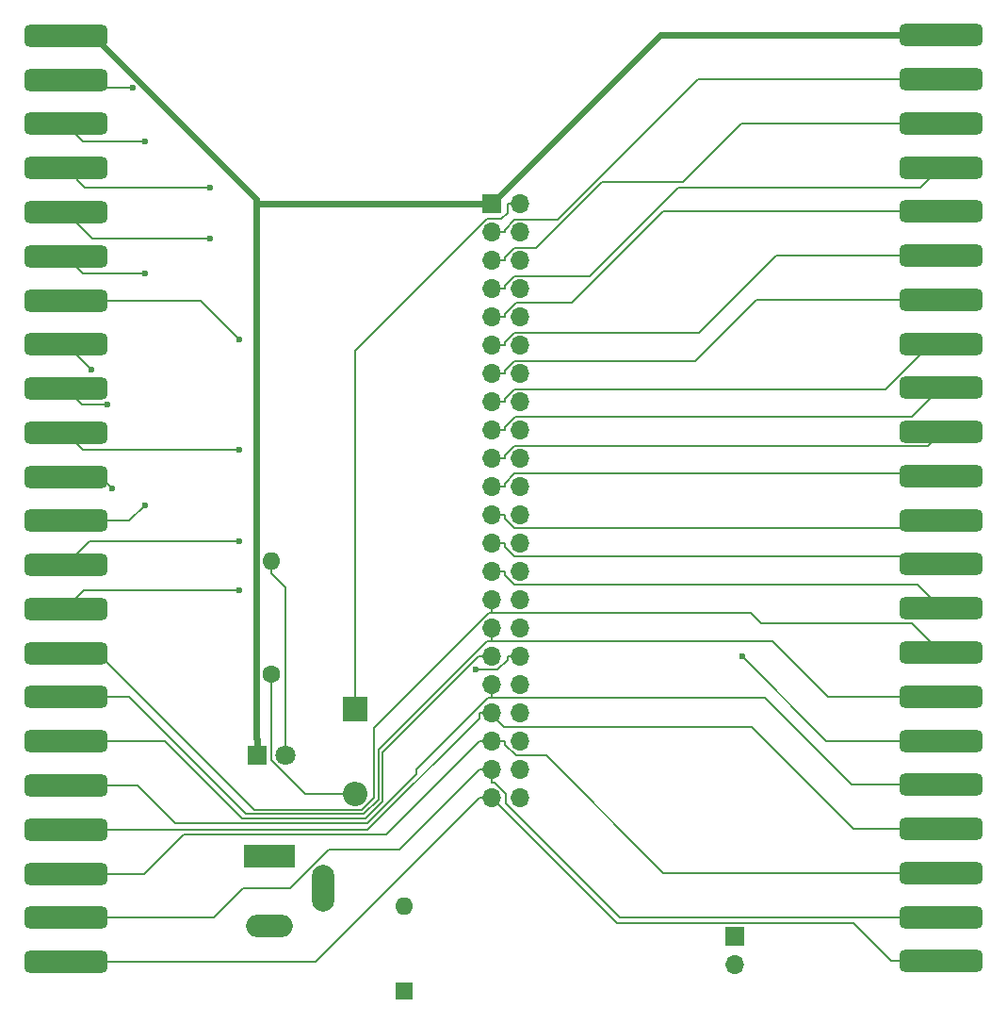
<source format=gbr>
G04 #@! TF.GenerationSoftware,KiCad,Pcbnew,8.0.6-8.0.6-0~ubuntu24.10.1*
G04 #@! TF.CreationDate,2024-10-17T11:16:10-07:00*
G04 #@! TF.ProjectId,kim1-power,6b696d31-2d70-46f7-9765-722e6b696361,1.2*
G04 #@! TF.SameCoordinates,Original*
G04 #@! TF.FileFunction,Copper,L1,Top*
G04 #@! TF.FilePolarity,Positive*
%FSLAX46Y46*%
G04 Gerber Fmt 4.6, Leading zero omitted, Abs format (unit mm)*
G04 Created by KiCad (PCBNEW 8.0.6-8.0.6-0~ubuntu24.10.1) date 2024-10-17 11:16:10*
%MOMM*%
%LPD*%
G01*
G04 APERTURE LIST*
G04 Aperture macros list*
%AMRoundRect*
0 Rectangle with rounded corners*
0 $1 Rounding radius*
0 $2 $3 $4 $5 $6 $7 $8 $9 X,Y pos of 4 corners*
0 Add a 4 corners polygon primitive as box body*
4,1,4,$2,$3,$4,$5,$6,$7,$8,$9,$2,$3,0*
0 Add four circle primitives for the rounded corners*
1,1,$1+$1,$2,$3*
1,1,$1+$1,$4,$5*
1,1,$1+$1,$6,$7*
1,1,$1+$1,$8,$9*
0 Add four rect primitives between the rounded corners*
20,1,$1+$1,$2,$3,$4,$5,0*
20,1,$1+$1,$4,$5,$6,$7,0*
20,1,$1+$1,$6,$7,$8,$9,0*
20,1,$1+$1,$8,$9,$2,$3,0*%
G04 Aperture macros list end*
G04 #@! TA.AperFunction,SMDPad,CuDef*
%ADD10RoundRect,0.500000X-3.250000X-0.500000X3.250000X-0.500000X3.250000X0.500000X-3.250000X0.500000X0*%
G04 #@! TD*
G04 #@! TA.AperFunction,ComponentPad*
%ADD11R,4.600000X2.000000*%
G04 #@! TD*
G04 #@! TA.AperFunction,ComponentPad*
%ADD12O,4.200000X2.000000*%
G04 #@! TD*
G04 #@! TA.AperFunction,ComponentPad*
%ADD13O,2.000000X4.200000*%
G04 #@! TD*
G04 #@! TA.AperFunction,ComponentPad*
%ADD14R,1.600000X1.600000*%
G04 #@! TD*
G04 #@! TA.AperFunction,ComponentPad*
%ADD15O,1.600000X1.600000*%
G04 #@! TD*
G04 #@! TA.AperFunction,ComponentPad*
%ADD16C,1.600000*%
G04 #@! TD*
G04 #@! TA.AperFunction,ComponentPad*
%ADD17R,2.200000X2.200000*%
G04 #@! TD*
G04 #@! TA.AperFunction,ComponentPad*
%ADD18O,2.200000X2.200000*%
G04 #@! TD*
G04 #@! TA.AperFunction,ComponentPad*
%ADD19R,1.700000X1.700000*%
G04 #@! TD*
G04 #@! TA.AperFunction,ComponentPad*
%ADD20O,1.700000X1.700000*%
G04 #@! TD*
G04 #@! TA.AperFunction,ComponentPad*
%ADD21R,1.800000X1.800000*%
G04 #@! TD*
G04 #@! TA.AperFunction,ComponentPad*
%ADD22C,1.800000*%
G04 #@! TD*
G04 #@! TA.AperFunction,ViaPad*
%ADD23C,0.600000*%
G04 #@! TD*
G04 #@! TA.AperFunction,Conductor*
%ADD24C,0.200000*%
G04 #@! TD*
G04 #@! TA.AperFunction,Conductor*
%ADD25C,0.600000*%
G04 #@! TD*
G04 APERTURE END LIST*
D10*
G04 #@! TO.P,J1,1,Pin_1*
G04 #@! TO.N,GND*
X106100000Y-57420000D03*
G04 #@! TO.P,J1,2,Pin_2*
G04 #@! TO.N,Net-(J1-Pin_2)*
X106100000Y-61380000D03*
G04 #@! TO.P,J1,3,Pin_3*
G04 #@! TO.N,Net-(J1-Pin_3)*
X106100000Y-65340000D03*
G04 #@! TO.P,J1,4,Pin_4*
G04 #@! TO.N,Net-(J1-Pin_4)*
X106100000Y-69300000D03*
G04 #@! TO.P,J1,5,Pin_5*
G04 #@! TO.N,Net-(J1-Pin_5)*
X106100000Y-73260000D03*
G04 #@! TO.P,J1,6,Pin_6*
G04 #@! TO.N,Net-(J1-Pin_6)*
X106100000Y-77220000D03*
G04 #@! TO.P,J1,7,Pin_7*
G04 #@! TO.N,Net-(J1-Pin_7)*
X106100000Y-81180000D03*
G04 #@! TO.P,J1,8,Pin_8*
G04 #@! TO.N,Net-(J1-Pin_8)*
X106100000Y-85140000D03*
G04 #@! TO.P,J1,9,Pin_9*
G04 #@! TO.N,Net-(J1-Pin_9)*
X106100000Y-89100000D03*
G04 #@! TO.P,J1,10,Pin_10*
G04 #@! TO.N,Net-(J1-Pin_10)*
X106100000Y-93060000D03*
G04 #@! TO.P,J1,11,Pin_11*
G04 #@! TO.N,Net-(J1-Pin_11)*
X106100000Y-97020000D03*
G04 #@! TO.P,J1,12,Pin_12*
G04 #@! TO.N,Net-(J1-Pin_12)*
X106100000Y-100980000D03*
G04 #@! TO.P,J1,13,Pin_13*
G04 #@! TO.N,Net-(J1-Pin_13)*
X106100000Y-104940000D03*
G04 #@! TO.P,J1,14,Pin_14*
G04 #@! TO.N,Net-(J1-Pin_14)*
X106100000Y-108900000D03*
G04 #@! TO.P,J1,15,Pin_15*
G04 #@! TO.N,Net-(J1-Pin_15)*
X106100000Y-112860000D03*
G04 #@! TO.P,J1,16,Pin_16*
G04 #@! TO.N,Net-(J1-Pin_16)*
X106100000Y-116820000D03*
G04 #@! TO.P,J1,17,Pin_17*
G04 #@! TO.N,Net-(J1-Pin_17)*
X106100000Y-120780000D03*
G04 #@! TO.P,J1,18,Pin_18*
G04 #@! TO.N,Net-(J1-Pin_18)*
X106100000Y-124740000D03*
G04 #@! TO.P,J1,19,Pin_19*
G04 #@! TO.N,Net-(J1-Pin_19)*
X106100000Y-128700000D03*
G04 #@! TO.P,J1,20,Pin_20*
G04 #@! TO.N,Net-(J1-Pin_20)*
X106100000Y-132660000D03*
G04 #@! TO.P,J1,21,Pin_21*
G04 #@! TO.N,Net-(J1-Pin_21)*
X106100000Y-136620000D03*
G04 #@! TO.P,J1,22,Pin_22*
G04 #@! TO.N,Net-(J1-Pin_22)*
X106100000Y-140580000D03*
G04 #@! TD*
D11*
G04 #@! TO.P,J4,1*
G04 #@! TO.N,Net-(J4-Pad1)*
X124450000Y-131050000D03*
D12*
G04 #@! TO.P,J4,2*
G04 #@! TO.N,GND*
X124450000Y-137350000D03*
D13*
G04 #@! TO.P,J4,3*
G04 #@! TO.N,N/C*
X129250000Y-133950000D03*
G04 #@! TD*
D14*
G04 #@! TO.P,SW1,1*
G04 #@! TO.N,Net-(J4-Pad1)*
X136500000Y-143167500D03*
D15*
G04 #@! TO.P,SW1,2*
G04 #@! TO.N,Net-(D2-A)*
X136500000Y-135547500D03*
G04 #@! TD*
D16*
G04 #@! TO.P,R1,1*
G04 #@! TO.N,Net-(D2-A)*
X124600000Y-114780000D03*
D15*
G04 #@! TO.P,R1,2*
G04 #@! TO.N,Net-(D1-A)*
X124600000Y-104620000D03*
G04 #@! TD*
D17*
G04 #@! TO.P,D2,1,K*
G04 #@! TO.N,+5V*
X132100000Y-117890000D03*
D18*
G04 #@! TO.P,D2,2,A*
G04 #@! TO.N,Net-(D2-A)*
X132100000Y-125510000D03*
G04 #@! TD*
D19*
G04 #@! TO.P,J5,1,Pin_1*
G04 #@! TO.N,Net-(J1-Pin_K)*
X166200000Y-138260000D03*
D20*
G04 #@! TO.P,J5,2,Pin_2*
G04 #@! TO.N,GND*
X166200000Y-140800000D03*
G04 #@! TD*
D10*
G04 #@! TO.P,J2,1,Pin_1*
G04 #@! TO.N,GND*
X184800000Y-57360000D03*
G04 #@! TO.P,J2,2,Pin_2*
G04 #@! TO.N,Net-(J1-Pin_2)*
X184800000Y-61320000D03*
G04 #@! TO.P,J2,3,Pin_3*
G04 #@! TO.N,Net-(J1-Pin_3)*
X184800000Y-65280000D03*
G04 #@! TO.P,J2,4,Pin_4*
G04 #@! TO.N,Net-(J1-Pin_4)*
X184800000Y-69240000D03*
G04 #@! TO.P,J2,5,Pin_5*
G04 #@! TO.N,Net-(J1-Pin_5)*
X184800000Y-73200000D03*
G04 #@! TO.P,J2,6,Pin_6*
G04 #@! TO.N,Net-(J1-Pin_6)*
X184800000Y-77160000D03*
G04 #@! TO.P,J2,7,Pin_7*
G04 #@! TO.N,Net-(J1-Pin_7)*
X184800000Y-81120000D03*
G04 #@! TO.P,J2,8,Pin_8*
G04 #@! TO.N,Net-(J1-Pin_8)*
X184800000Y-85080000D03*
G04 #@! TO.P,J2,9,Pin_9*
G04 #@! TO.N,Net-(J1-Pin_9)*
X184800000Y-89040000D03*
G04 #@! TO.P,J2,10,Pin_10*
G04 #@! TO.N,Net-(J1-Pin_10)*
X184800000Y-93000000D03*
G04 #@! TO.P,J2,11,Pin_11*
G04 #@! TO.N,Net-(J1-Pin_11)*
X184800000Y-96960000D03*
G04 #@! TO.P,J2,12,Pin_12*
G04 #@! TO.N,Net-(J1-Pin_12)*
X184800000Y-100920000D03*
G04 #@! TO.P,J2,13,Pin_13*
G04 #@! TO.N,Net-(J1-Pin_13)*
X184800000Y-104880000D03*
G04 #@! TO.P,J2,14,Pin_14*
G04 #@! TO.N,Net-(J1-Pin_14)*
X184800000Y-108840000D03*
G04 #@! TO.P,J2,15,Pin_15*
G04 #@! TO.N,Net-(J1-Pin_15)*
X184800000Y-112800000D03*
G04 #@! TO.P,J2,16,Pin_16*
G04 #@! TO.N,Net-(J1-Pin_16)*
X184800000Y-116760000D03*
G04 #@! TO.P,J2,17,Pin_17*
G04 #@! TO.N,Net-(J1-Pin_17)*
X184800000Y-120720000D03*
G04 #@! TO.P,J2,18,Pin_18*
G04 #@! TO.N,Net-(J1-Pin_18)*
X184800000Y-124680000D03*
G04 #@! TO.P,J2,19,Pin_19*
G04 #@! TO.N,Net-(J1-Pin_19)*
X184800000Y-128640000D03*
G04 #@! TO.P,J2,20,Pin_20*
G04 #@! TO.N,Net-(J1-Pin_20)*
X184800000Y-132600000D03*
G04 #@! TO.P,J2,21,Pin_21*
G04 #@! TO.N,Net-(J1-Pin_21)*
X184800000Y-136560000D03*
G04 #@! TO.P,J2,22,Pin_22*
G04 #@! TO.N,Net-(J1-Pin_22)*
X184800000Y-140520000D03*
G04 #@! TD*
D21*
G04 #@! TO.P,D1,1,K*
G04 #@! TO.N,GND*
X123325000Y-122000000D03*
D22*
G04 #@! TO.P,D1,2,A*
G04 #@! TO.N,Net-(D1-A)*
X125865000Y-122000000D03*
G04 #@! TD*
D19*
G04 #@! TO.P,J3,1,Pin_1*
G04 #@! TO.N,GND*
X144400000Y-72540000D03*
D20*
G04 #@! TO.P,J3,2,Pin_2*
G04 #@! TO.N,Net-(J1-Pin_2)*
X144400000Y-75080000D03*
G04 #@! TO.P,J3,3,Pin_3*
G04 #@! TO.N,Net-(J1-Pin_3)*
X144400000Y-77620000D03*
G04 #@! TO.P,J3,4,Pin_4*
G04 #@! TO.N,Net-(J1-Pin_4)*
X144400000Y-80160000D03*
G04 #@! TO.P,J3,5,Pin_5*
G04 #@! TO.N,Net-(J1-Pin_5)*
X144400000Y-82700000D03*
G04 #@! TO.P,J3,6,Pin_6*
G04 #@! TO.N,Net-(J1-Pin_6)*
X144400000Y-85240000D03*
G04 #@! TO.P,J3,7,Pin_7*
G04 #@! TO.N,Net-(J1-Pin_7)*
X144400000Y-87780000D03*
G04 #@! TO.P,J3,8,Pin_8*
G04 #@! TO.N,Net-(J1-Pin_8)*
X144400000Y-90320000D03*
G04 #@! TO.P,J3,9,Pin_9*
G04 #@! TO.N,Net-(J1-Pin_9)*
X144400000Y-92860000D03*
G04 #@! TO.P,J3,10,Pin_10*
G04 #@! TO.N,Net-(J1-Pin_10)*
X144400000Y-95400000D03*
G04 #@! TO.P,J3,11,Pin_11*
G04 #@! TO.N,Net-(J1-Pin_11)*
X144400000Y-97940000D03*
G04 #@! TO.P,J3,12,Pin_12*
G04 #@! TO.N,Net-(J1-Pin_12)*
X144400000Y-100480000D03*
G04 #@! TO.P,J3,13,Pin_13*
G04 #@! TO.N,Net-(J1-Pin_13)*
X144400000Y-103020000D03*
G04 #@! TO.P,J3,14,Pin_14*
G04 #@! TO.N,Net-(J1-Pin_14)*
X144400000Y-105560000D03*
G04 #@! TO.P,J3,15,Pin_15*
G04 #@! TO.N,Net-(J1-Pin_15)*
X144400000Y-108100000D03*
G04 #@! TO.P,J3,16,Pin_16*
G04 #@! TO.N,Net-(J1-Pin_16)*
X144400000Y-110640000D03*
G04 #@! TO.P,J3,17,Pin_17*
G04 #@! TO.N,Net-(J1-Pin_17)*
X144400000Y-113180000D03*
G04 #@! TO.P,J3,18,Pin_18*
G04 #@! TO.N,Net-(J1-Pin_18)*
X144400000Y-115720000D03*
G04 #@! TO.P,J3,19,Pin_19*
G04 #@! TO.N,Net-(J1-Pin_19)*
X144400000Y-118260000D03*
G04 #@! TO.P,J3,20,Pin_20*
G04 #@! TO.N,Net-(J1-Pin_20)*
X144400000Y-120800000D03*
G04 #@! TO.P,J3,21,Pin_21*
G04 #@! TO.N,Net-(J1-Pin_21)*
X144400000Y-123340000D03*
G04 #@! TO.P,J3,22,Pin_22*
G04 #@! TO.N,Net-(J1-Pin_22)*
X144400000Y-125880000D03*
G04 #@! TO.P,J3,A,Pin_A*
G04 #@! TO.N,+5V*
X146940000Y-72540000D03*
G04 #@! TO.P,J3,B,Pin_B*
G04 #@! TO.N,Net-(J1-Pin_B)*
X146940000Y-75080000D03*
G04 #@! TO.P,J3,C,Pin_C*
G04 #@! TO.N,Net-(J1-Pin_C)*
X146940000Y-77620000D03*
G04 #@! TO.P,J3,D,Pin_D*
G04 #@! TO.N,Net-(J1-Pin_D)*
X146940000Y-80160000D03*
G04 #@! TO.P,J3,E,Pin_E*
G04 #@! TO.N,Net-(J1-Pin_E)*
X146940000Y-82700000D03*
G04 #@! TO.P,J3,F,Pin_F*
G04 #@! TO.N,Net-(J1-Pin_F)*
X146940000Y-85240000D03*
G04 #@! TO.P,J3,H,Pin_H*
G04 #@! TO.N,Net-(J1-Pin_H)*
X146940000Y-87780000D03*
G04 #@! TO.P,J3,J,Pin_J*
G04 #@! TO.N,Net-(J1-Pin_J)*
X146940000Y-90320000D03*
G04 #@! TO.P,J3,K,Pin_K*
G04 #@! TO.N,Net-(J1-Pin_K)*
X146940000Y-92860000D03*
G04 #@! TO.P,J3,L,Pin_L*
G04 #@! TO.N,Net-(J1-Pin_L)*
X146940000Y-95400000D03*
G04 #@! TO.P,J3,M,Pin_M*
G04 #@! TO.N,Net-(J1-Pin_M)*
X146940000Y-97940000D03*
G04 #@! TO.P,J3,N,Pin_N*
G04 #@! TO.N,Net-(J1-Pin_N)*
X146940000Y-100480000D03*
G04 #@! TO.P,J3,P,Pin_P*
G04 #@! TO.N,Net-(J1-Pin_P)*
X146940000Y-103020000D03*
G04 #@! TO.P,J3,R,Pin_R*
G04 #@! TO.N,Net-(J1-Pin_R)*
X146940000Y-105560000D03*
G04 #@! TO.P,J3,S,Pin_S*
G04 #@! TO.N,Net-(J1-Pin_S)*
X146940000Y-108100000D03*
G04 #@! TO.P,J3,T,Pin_T*
G04 #@! TO.N,Net-(J1-Pin_T)*
X146940000Y-110640000D03*
G04 #@! TO.P,J3,U,Pin_U*
G04 #@! TO.N,Net-(J1-Pin_U)*
X146940000Y-113180000D03*
G04 #@! TO.P,J3,V,Pin_V*
G04 #@! TO.N,Net-(J1-Pin_V)*
X146940000Y-115720000D03*
G04 #@! TO.P,J3,W,Pin_W*
G04 #@! TO.N,Net-(J1-Pin_W)*
X146940000Y-118260000D03*
G04 #@! TO.P,J3,X,Pin_X*
G04 #@! TO.N,Net-(J1-Pin_X)*
X146940000Y-120800000D03*
G04 #@! TO.P,J3,Y,Pin_Y*
G04 #@! TO.N,Net-(J1-Pin_Y)*
X146940000Y-123340000D03*
G04 #@! TO.P,J3,Z,Pin_Z*
G04 #@! TO.N,Net-(J1-Pin_Z)*
X146940000Y-125880000D03*
G04 #@! TD*
D23*
G04 #@! TO.N,Net-(J1-Pin_6)*
X113195400Y-78785700D03*
G04 #@! TO.N,Net-(J1-Pin_13)*
X121739600Y-102843000D03*
G04 #@! TO.N,Net-(J1-Pin_9)*
X109824800Y-90546000D03*
G04 #@! TO.N,Net-(J1-Pin_11)*
X110240000Y-98054700D03*
G04 #@! TO.N,Net-(J1-Pin_8)*
X108382800Y-87422800D03*
G04 #@! TO.N,Net-(J1-Pin_5)*
X119060000Y-75625500D03*
G04 #@! TO.N,Net-(J1-Pin_17)*
X166871500Y-113140100D03*
G04 #@! TO.N,Net-(J1-Pin_14)*
X121739600Y-107239700D03*
G04 #@! TO.N,Net-(J1-Pin_10)*
X121739600Y-94630400D03*
G04 #@! TO.N,Net-(J1-Pin_12)*
X113195400Y-99567600D03*
G04 #@! TO.N,Net-(J1-Pin_4)*
X119060000Y-71051100D03*
G04 #@! TO.N,Net-(J1-Pin_2)*
X112125400Y-62107200D03*
G04 #@! TO.N,Net-(J1-Pin_3)*
X113195400Y-66925500D03*
G04 #@! TO.N,Net-(J1-Pin_7)*
X121739600Y-84693300D03*
G04 #@! TO.N,Net-(J1-Pin_U)*
X142929600Y-114321200D03*
G04 #@! TD*
D24*
G04 #@! TO.N,Net-(J1-Pin_21)*
X144400000Y-123340000D02*
X144400000Y-124491700D01*
X144400000Y-123340000D02*
X143248300Y-123340000D01*
X184800000Y-136560000D02*
X155906600Y-136560000D01*
X143248300Y-123340000D02*
X136094700Y-130493600D01*
X136094700Y-130493600D02*
X129716200Y-130493600D01*
X129716200Y-130493600D02*
X126247700Y-133962100D01*
X119391900Y-136620000D02*
X106100000Y-136620000D01*
X122049800Y-133962100D02*
X119391900Y-136620000D01*
X155906600Y-136560000D02*
X145670000Y-126323400D01*
X145670000Y-125493200D02*
X144668500Y-124491700D01*
X144668500Y-124491700D02*
X144400000Y-124491700D01*
X126247700Y-133962100D02*
X122049800Y-133962100D01*
X145670000Y-126323400D02*
X145670000Y-125493200D01*
G04 #@! TO.N,Net-(J1-Pin_20)*
X145551700Y-121068500D02*
X145551700Y-120800000D01*
X146553200Y-122070000D02*
X145551700Y-121068500D01*
X143248300Y-120800000D02*
X134948100Y-129100200D01*
X184800000Y-132600000D02*
X159827900Y-132600000D01*
X113185300Y-132660000D02*
X106100000Y-132660000D01*
X116745100Y-129100200D02*
X113185300Y-132660000D01*
X144400000Y-120800000D02*
X145551700Y-120800000D01*
X144400000Y-120800000D02*
X143248300Y-120800000D01*
X149297900Y-122070000D02*
X146553200Y-122070000D01*
X134948100Y-129100200D02*
X116745100Y-129100200D01*
X159827900Y-132600000D02*
X149297900Y-122070000D01*
G04 #@! TO.N,Net-(J1-Pin_6)*
X113195400Y-78785700D02*
X107665700Y-78785700D01*
X107665700Y-78785700D02*
X106100000Y-77220000D01*
X144400000Y-85240000D02*
X145551700Y-85240000D01*
X163030000Y-84088300D02*
X169958300Y-77160000D01*
X169958300Y-77160000D02*
X184800000Y-77160000D01*
X145551700Y-84952000D02*
X146415400Y-84088300D01*
X145551700Y-85240000D02*
X145551700Y-84952000D01*
X146415400Y-84088300D02*
X163030000Y-84088300D01*
G04 #@! TO.N,Net-(J1-Pin_13)*
X184091700Y-104171700D02*
X184800000Y-104880000D01*
X146415400Y-104171700D02*
X184091700Y-104171700D01*
X121739600Y-102843000D02*
X108197000Y-102843000D01*
X145551700Y-103308000D02*
X146415400Y-104171700D01*
X144400000Y-103020000D02*
X145551700Y-103020000D01*
X145551700Y-103020000D02*
X145551700Y-103308000D01*
X108197000Y-102843000D02*
X106100000Y-104940000D01*
G04 #@! TO.N,Net-(J1-Pin_9)*
X145551700Y-92572100D02*
X146467400Y-91656400D01*
X146467400Y-91656400D02*
X182183600Y-91656400D01*
X145551700Y-92860000D02*
X145551700Y-92572100D01*
X109824800Y-90546000D02*
X107546000Y-90546000D01*
X182183600Y-91656400D02*
X184800000Y-89040000D01*
X144400000Y-92860000D02*
X145551700Y-92860000D01*
X107546000Y-90546000D02*
X106100000Y-89100000D01*
G04 #@! TO.N,Net-(J1-Pin_11)*
X184582500Y-96742500D02*
X184800000Y-96960000D01*
X146461300Y-96742500D02*
X184582500Y-96742500D01*
X144400000Y-97940000D02*
X145551700Y-97940000D01*
X109205300Y-97020000D02*
X106100000Y-97020000D01*
X145551700Y-97940000D02*
X145551700Y-97652100D01*
X110240000Y-98054700D02*
X109205300Y-97020000D01*
X145551700Y-97652100D02*
X146461300Y-96742500D01*
G04 #@! TO.N,Net-(J1-Pin_8)*
X108382800Y-87422800D02*
X106100000Y-85140000D01*
X183873500Y-85080000D02*
X184800000Y-85080000D01*
X145551700Y-90032000D02*
X146415400Y-89168300D01*
X179785200Y-89168300D02*
X183873500Y-85080000D01*
X145551700Y-90320000D02*
X145551700Y-90032000D01*
X146415400Y-89168300D02*
X179785200Y-89168300D01*
X144400000Y-90320000D02*
X145551700Y-90320000D01*
G04 #@! TO.N,Net-(J1-Pin_5)*
X145551700Y-82700000D02*
X145551700Y-82431500D01*
X146553200Y-81430000D02*
X151605300Y-81430000D01*
X108465500Y-75625500D02*
X106100000Y-73260000D01*
X145551700Y-82431500D02*
X146553200Y-81430000D01*
X144400000Y-82700000D02*
X145551700Y-82700000D01*
X119060000Y-75625500D02*
X108465500Y-75625500D01*
X151605300Y-81430000D02*
X159835300Y-73200000D01*
X159835300Y-73200000D02*
X184800000Y-73200000D01*
G04 #@! TO.N,Net-(J1-Pin_17)*
X144400000Y-113180000D02*
X143219700Y-113180000D01*
X114994200Y-120780000D02*
X106100000Y-120780000D01*
X174451400Y-120720000D02*
X184800000Y-120720000D01*
X134601800Y-126138500D02*
X133025200Y-127715100D01*
X166871500Y-113140100D02*
X174451400Y-120720000D01*
X143219700Y-113180000D02*
X134601800Y-121797900D01*
X134601800Y-121797900D02*
X134601800Y-126138500D01*
X133025200Y-127715100D02*
X121929300Y-127715100D01*
X121929300Y-127715100D02*
X114994200Y-120780000D01*
G04 #@! TO.N,Net-(J1-Pin_16)*
X143968100Y-111791700D02*
X144400000Y-111791700D01*
X134200100Y-125972200D02*
X134200100Y-121559700D01*
X144400000Y-110640000D02*
X144400000Y-111791700D01*
X144400000Y-111791700D02*
X169656700Y-111791700D01*
X106100000Y-116820000D02*
X111802400Y-116820000D01*
X174625000Y-116760000D02*
X184800000Y-116760000D01*
X122295800Y-127313400D02*
X132858900Y-127313400D01*
X169656700Y-111791700D02*
X174625000Y-116760000D01*
X134200100Y-121559700D02*
X143968100Y-111791700D01*
X111802400Y-116820000D02*
X122295800Y-127313400D01*
X132858900Y-127313400D02*
X134200100Y-125972200D01*
G04 #@! TO.N,Net-(J1-Pin_15)*
X168574500Y-110143600D02*
X182143600Y-110143600D01*
X182143600Y-110143600D02*
X184800000Y-112800000D01*
X123029500Y-126911700D02*
X132680600Y-126911700D01*
X144112100Y-109251700D02*
X144400000Y-109251700D01*
X106100000Y-112860000D02*
X108977800Y-112860000D01*
X167682600Y-109251700D02*
X168574500Y-110143600D01*
X133791700Y-125800600D02*
X133791700Y-119572100D01*
X144400000Y-108100000D02*
X144400000Y-109251700D01*
X132680600Y-126911700D02*
X133791700Y-125800600D01*
X108977800Y-112860000D02*
X123029500Y-126911700D01*
X133791700Y-119572100D02*
X144112100Y-109251700D01*
X144400000Y-109251700D02*
X167682600Y-109251700D01*
G04 #@! TO.N,Net-(J1-Pin_22)*
X144400000Y-125880000D02*
X155628300Y-137108300D01*
X128548300Y-140580000D02*
X106100000Y-140580000D01*
X144400000Y-125880000D02*
X143248300Y-125880000D01*
X176874100Y-137108300D02*
X180285800Y-140520000D01*
X180285800Y-140520000D02*
X184800000Y-140520000D01*
X155628300Y-137108300D02*
X176874100Y-137108300D01*
X143248300Y-125880000D02*
X128548300Y-140580000D01*
G04 #@! TO.N,Net-(J1-Pin_18)*
X144400000Y-115720000D02*
X144400000Y-116871700D01*
X168955700Y-116871700D02*
X176764000Y-124680000D01*
X133166800Y-128141600D02*
X133192300Y-128116100D01*
X112519400Y-124740000D02*
X115921000Y-128141600D01*
X137613000Y-123695400D02*
X137613000Y-123298800D01*
X133192300Y-128116000D02*
X133192400Y-128116000D01*
X137613000Y-123298800D02*
X144040100Y-116871700D01*
X115921000Y-128141600D02*
X133166800Y-128141600D01*
X144040100Y-116871700D02*
X144400000Y-116871700D01*
X144400000Y-116871700D02*
X168955700Y-116871700D01*
X176764000Y-124680000D02*
X184800000Y-124680000D01*
X133192400Y-128116000D02*
X137613000Y-123695400D01*
X106100000Y-124740000D02*
X112519400Y-124740000D01*
X133192300Y-128116100D02*
X133192300Y-128116000D01*
G04 #@! TO.N,Net-(J1-Pin_14)*
X121739600Y-107239700D02*
X107760300Y-107239700D01*
X144400000Y-105560000D02*
X145551700Y-105560000D01*
X145551700Y-105848000D02*
X146415400Y-106711700D01*
X146415400Y-106711700D02*
X182671700Y-106711700D01*
X145551700Y-105560000D02*
X145551700Y-105848000D01*
X182671700Y-106711700D02*
X184800000Y-108840000D01*
X107760300Y-107239700D02*
X106100000Y-108900000D01*
G04 #@! TO.N,Net-(J1-Pin_10)*
X144400000Y-95400000D02*
X145551700Y-95400000D01*
X107670400Y-94630400D02*
X106100000Y-93060000D01*
X145551700Y-95400000D02*
X145551700Y-95112000D01*
X146415400Y-94248300D02*
X183551700Y-94248300D01*
X145551700Y-95112000D02*
X146415400Y-94248300D01*
X121739600Y-94630400D02*
X107670400Y-94630400D01*
X183551700Y-94248300D02*
X184800000Y-93000000D01*
G04 #@! TO.N,Net-(J1-Pin_19)*
X176874800Y-128640000D02*
X184800000Y-128640000D01*
X167764800Y-119530000D02*
X176874800Y-128640000D01*
X144204600Y-118260000D02*
X144009100Y-118260000D01*
X133256200Y-128698500D02*
X106101500Y-128698500D01*
X144400000Y-118260000D02*
X144204600Y-118260000D01*
X144204600Y-118260000D02*
X145474600Y-119530000D01*
X143824200Y-118260000D02*
X143248300Y-118260000D01*
X143248300Y-118706400D02*
X133256200Y-128698500D01*
X145474600Y-119530000D02*
X167764800Y-119530000D01*
X106101500Y-128698500D02*
X106100000Y-128700000D01*
X143824200Y-118260000D02*
X144009100Y-118260000D01*
X143248300Y-118260000D02*
X143248300Y-118706400D01*
G04 #@! TO.N,Net-(J1-Pin_12)*
X144400000Y-100480000D02*
X145551700Y-100480000D01*
X145551700Y-100480000D02*
X145551700Y-100767900D01*
X146430000Y-101646200D02*
X184073800Y-101646200D01*
X184073800Y-101646200D02*
X184800000Y-100920000D01*
X145551700Y-100767900D02*
X146430000Y-101646200D01*
X111783000Y-100980000D02*
X106100000Y-100980000D01*
X113195400Y-99567600D02*
X111783000Y-100980000D01*
G04 #@! TO.N,Net-(J1-Pin_4)*
X145551700Y-79872000D02*
X146415400Y-79008300D01*
X153201200Y-79008300D02*
X161117300Y-71092200D01*
X146415400Y-79008300D02*
X153201200Y-79008300D01*
X182947800Y-71092200D02*
X184800000Y-69240000D01*
X144400000Y-80160000D02*
X145551700Y-80160000D01*
X107851100Y-71051100D02*
X106100000Y-69300000D01*
X119060000Y-71051100D02*
X107851100Y-71051100D01*
X145551700Y-80160000D02*
X145551700Y-79872000D01*
X161117300Y-71092200D02*
X182947800Y-71092200D01*
G04 #@! TO.N,Net-(J1-Pin_2)*
X162935400Y-61320000D02*
X150327100Y-73928300D01*
X144400000Y-75080000D02*
X145551700Y-75080000D01*
X112125400Y-62107200D02*
X106827200Y-62107200D01*
X184800000Y-61320000D02*
X162935400Y-61320000D01*
X146462900Y-73928300D02*
X145551700Y-74839500D01*
X106827200Y-62107200D02*
X106100000Y-61380000D01*
X145551700Y-74839500D02*
X145551700Y-75080000D01*
X150327100Y-73928300D02*
X146462900Y-73928300D01*
G04 #@! TO.N,Net-(J1-Pin_3)*
X107685500Y-66925500D02*
X106100000Y-65340000D01*
X113195400Y-66925500D02*
X107685500Y-66925500D01*
X145551700Y-77332000D02*
X146415400Y-76468300D01*
X148355100Y-76468300D02*
X154274300Y-70549100D01*
X144400000Y-77620000D02*
X145551700Y-77620000D01*
X161589600Y-70549100D02*
X166858700Y-65280000D01*
X166858700Y-65280000D02*
X184800000Y-65280000D01*
X154274300Y-70549100D02*
X161589600Y-70549100D01*
X146415400Y-76468300D02*
X148355100Y-76468300D01*
X145551700Y-77620000D02*
X145551700Y-77332000D01*
G04 #@! TO.N,Net-(J1-Pin_7)*
X145551700Y-87780000D02*
X145551700Y-87492000D01*
X145551700Y-87492000D02*
X146415400Y-86628300D01*
X168223000Y-81120000D02*
X184800000Y-81120000D01*
X146415400Y-86628300D02*
X162714700Y-86628300D01*
X118226300Y-81180000D02*
X106100000Y-81180000D01*
X144400000Y-87780000D02*
X145551700Y-87780000D01*
X121739600Y-84693300D02*
X118226300Y-81180000D01*
X162714700Y-86628300D02*
X168223000Y-81120000D01*
D25*
G04 #@! TO.N,GND*
X123253100Y-120526400D02*
X123253100Y-72540000D01*
X123325000Y-122000000D02*
X123325000Y-120598300D01*
X108572000Y-57420000D02*
X106100000Y-57420000D01*
X143048300Y-72540000D02*
X123253100Y-72540000D01*
X159580000Y-57360000D02*
X144400000Y-72540000D01*
X123253100Y-72101100D02*
X108572000Y-57420000D01*
X123253100Y-72540000D02*
X123253100Y-72101100D01*
X123325000Y-120598300D02*
X123253100Y-120526400D01*
X144400000Y-72540000D02*
X143048300Y-72540000D01*
X184800000Y-57360000D02*
X159580000Y-57360000D01*
D24*
G04 #@! TO.N,Net-(D1-A)*
X124600000Y-104620000D02*
X124600000Y-105721700D01*
X125865000Y-106986700D02*
X124600000Y-105721700D01*
X125865000Y-122000000D02*
X125865000Y-106986700D01*
G04 #@! TO.N,+5V*
X145788300Y-73354500D02*
X145788300Y-72540000D01*
X132100000Y-117890000D02*
X132100000Y-85742400D01*
X132100000Y-85742400D02*
X143969400Y-73873000D01*
X146940000Y-72540000D02*
X145788300Y-72540000D01*
X145269800Y-73873000D02*
X145788300Y-73354500D01*
X143969400Y-73873000D02*
X145269800Y-73873000D01*
G04 #@! TO.N,Net-(J1-Pin_U)*
X146940000Y-113180000D02*
X145788300Y-113180000D01*
X142929600Y-114321200D02*
X142949700Y-114341300D01*
X145788300Y-113467900D02*
X145788300Y-113180000D01*
X142949700Y-114341300D02*
X144914900Y-114341300D01*
X144914900Y-114341300D02*
X145788300Y-113467900D01*
G04 #@! TO.N,Net-(D2-A)*
X124600000Y-122472000D02*
X127638000Y-125510000D01*
X127638000Y-125510000D02*
X132100000Y-125510000D01*
X124600000Y-114780000D02*
X124600000Y-122472000D01*
G04 #@! TD*
M02*

</source>
